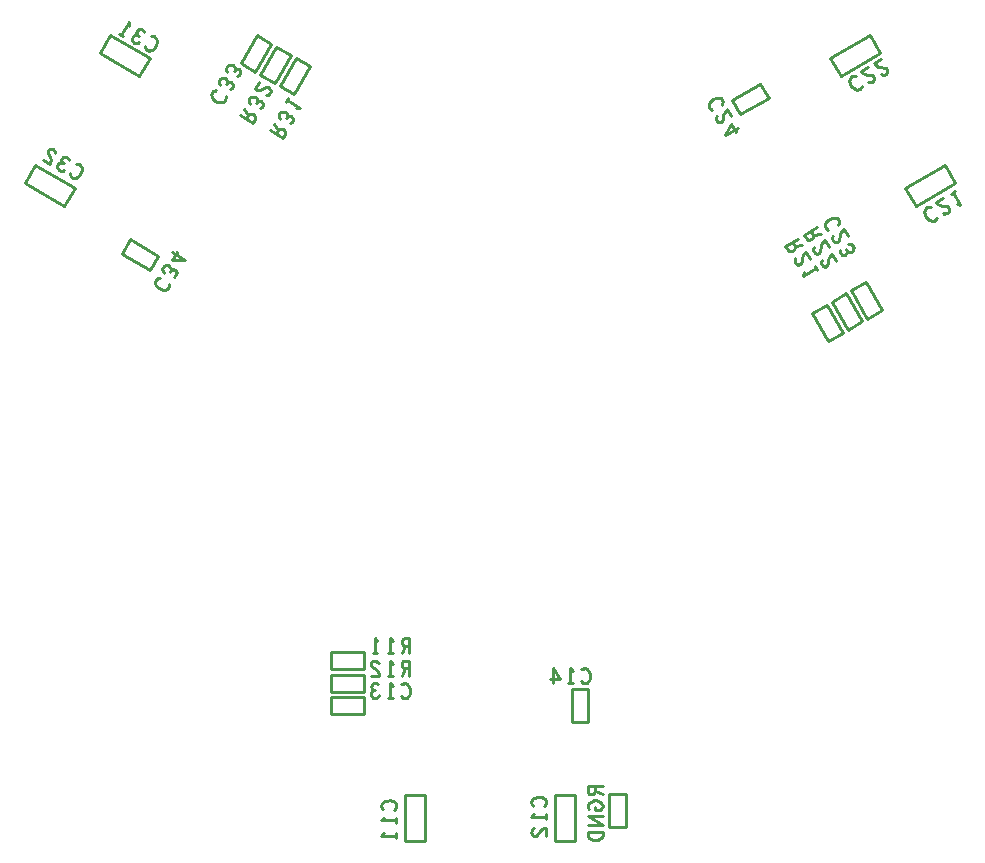
<source format=gbo>
G04 ================== begin FILE IDENTIFICATION RECORD ==================*
G04 Layout Name:  C:/home/kumagai/Develop/OrCAD/SMDriverC_R11/allegro/SMDRIVERC.brd*
G04 Film Name:    GB_SMDriverC.GBO*
G04 File Format:  Gerber RS274X*
G04 File Origin:  Cadence Allegro 16.6-S014*
G04 Origin Date:  Thu Feb 25 00:52:31 2016*
G04 *
G04 Layer:  USER PART NUMBER/SILKSCREEN_BOTTOM*
G04 Layer:  TOLERANCE/SILKSCREEN_BOTTOM*
G04 Layer:  REF DES/SILKSCREEN_BOTTOM*
G04 Layer:  PACKAGE GEOMETRY/SILKSCREEN_BOTTOM*
G04 Layer:  DEVICE TYPE/SILKSCREEN_BOTTOM*
G04 Layer:  COMPONENT VALUE/SILKSCREEN_BOTTOM*
G04 Layer:  BOARD GEOMETRY/SILKSCREEN_BOTTOM*
G04 *
G04 Offset:    (0.0000 0.0000)*
G04 Mirror:    No*
G04 Mode:      Positive*
G04 Rotation:  0*
G04 FullContactRelief:  No*
G04 UndefLineWidth:     0.0000*
G04 ================== end FILE IDENTIFICATION RECORD ====================*
%FSLAX25Y25*MOMM*%
%IR0*IPPOS*OFA0.00000B0.00000*MIA0B0*SFA1.00000B1.00000*%
%ADD10C,.254*%
G75*
%LPD*%
G75*
G54D10*
G01X-3603040Y1247260D02*
X-3937400Y1440300D01*
X-3851040Y1589880D01*
X-3516680Y1396840D01*
X-3603040Y1247260D01*
G01X-3506740Y1603140D02*
X-3495200Y1603820D01*
X-3483330Y1601850D01*
X-3472190Y1595420D01*
X-3462820Y1582680D01*
X-3458360Y1567890D01*
X-3457750Y1552860D01*
X-3462760Y1531320D01*
X-3470890Y1514010D01*
X-3483200Y1499130D01*
X-3493730Y1490540D01*
X-3508440Y1484370D01*
X-3522430Y1482670D01*
X-3534290Y1484630D01*
X-3544050Y1490260D01*
X-3551680Y1499560D01*
X-3556870Y1509880D01*
X-3559600Y1521230D01*
G01X-3603130Y1553700D02*
X-3618890Y1545690D01*
X-3634270Y1544800D01*
X-3647870Y1550200D01*
X-3657960Y1558470D01*
X-3663810Y1574070D01*
X-3664420Y1589090D01*
X-3659470Y1600890D01*
X-3649270Y1612120D01*
X-3634230Y1615650D01*
X-3622360Y1613690D01*
X-3609820Y1606450D01*
G01X-3622360Y1613690D02*
X-3627540Y1624010D01*
X-3629220Y1637200D01*
X-3625660Y1649810D01*
X-3616520Y1659200D01*
X-3604260Y1664340D01*
X-3588550Y1662600D01*
X-3577070Y1653530D01*
X-3568760Y1638960D01*
G01X-3679270Y1690540D02*
X-3681280Y1706360D01*
X-3687850Y1717500D01*
X-3697940Y1725760D01*
X-3713990Y1730140D01*
X-3729030Y1726610D01*
X-3738170Y1717220D01*
X-3743130Y1705410D01*
X-3742840Y1693030D01*
X-3725570Y1658610D01*
X-3720440Y1638540D01*
X-3722660Y1615380D01*
X-3729400Y1597280D01*
X-3787910Y1631060D01*
G01X-2871740Y2682640D02*
X-2860200Y2683320D01*
X-2848330Y2681350D01*
X-2837190Y2674920D01*
X-2827820Y2662180D01*
X-2823360Y2647390D01*
X-2822750Y2632360D01*
X-2827760Y2610820D01*
X-2835890Y2593510D01*
X-2848200Y2578630D01*
X-2858730Y2570040D01*
X-2873440Y2563870D01*
X-2887430Y2562170D01*
X-2899290Y2564130D01*
X-2909050Y2569760D01*
X-2916680Y2579060D01*
X-2921870Y2589380D01*
X-2924600Y2600730D01*
G01X-2968130Y2633200D02*
X-2983890Y2625190D01*
X-2999270Y2624300D01*
X-3012870Y2629700D01*
X-3022960Y2637970D01*
X-3028810Y2653570D01*
X-3029420Y2668590D01*
X-3024470Y2680390D01*
X-3014270Y2691620D01*
X-2999230Y2695150D01*
X-2987360Y2693190D01*
X-2974820Y2685950D01*
G01X-2987360Y2693190D02*
X-2992540Y2703510D01*
X-2994220Y2716700D01*
X-2990660Y2729310D01*
X-2981520Y2738700D01*
X-2969260Y2743840D01*
X-2953550Y2742100D01*
X-2942070Y2733030D01*
X-2933760Y2718460D01*
G01X-3123650Y2693670D02*
X-3060150Y2803650D01*
X-3056140Y2772010D01*
G01X-3106940Y2684020D02*
X-3140370Y2703320D01*
G01X-2968040Y2347120D02*
X-3302400Y2540160D01*
X-3216040Y2689740D01*
X-2881680Y2496700D01*
X-2968040Y2347120D01*
G01X-2714860Y585740D02*
X-2714180Y574200D01*
X-2716150Y562330D01*
X-2722580Y551190D01*
X-2735320Y541820D01*
X-2750110Y537360D01*
X-2765140Y536750D01*
X-2786680Y541760D01*
X-2803990Y549890D01*
X-2818870Y562200D01*
X-2827460Y572730D01*
X-2833630Y587440D01*
X-2835330Y601430D01*
X-2833370Y613290D01*
X-2827740Y623050D01*
X-2818440Y630680D01*
X-2808120Y635870D01*
X-2796770Y638600D01*
G01X-2764300Y682130D02*
X-2772310Y697890D01*
X-2773200Y713270D01*
X-2767800Y726870D01*
X-2759530Y736960D01*
X-2743930Y742810D01*
X-2728910Y743420D01*
X-2717110Y738470D01*
X-2705880Y728270D01*
X-2702350Y713230D01*
X-2704310Y701360D01*
X-2711550Y688820D01*
G01X-2704310Y701360D02*
X-2693990Y706540D01*
X-2680800Y708220D01*
X-2668190Y704660D01*
X-2658800Y695520D01*
X-2653660Y683260D01*
X-2655400Y667550D01*
X-2664470Y656070D01*
X-2679040Y647760D01*
G01X-2694180Y854370D02*
X-2584190Y790870D01*
X-2692780Y784830D01*
X-2652560Y854490D01*
G01X-3048870Y962510D02*
X-2811310Y825350D01*
X-2882430Y702170D01*
X-3119990Y839330D01*
X-3048870Y962510D01*
G01X-2238610Y2173240D02*
X-2237930Y2161700D01*
X-2239900Y2149830D01*
X-2246330Y2138690D01*
X-2259070Y2129320D01*
X-2273860Y2124860D01*
X-2288890Y2124250D01*
X-2310430Y2129260D01*
X-2327740Y2137390D01*
X-2342620Y2149700D01*
X-2351210Y2160230D01*
X-2357380Y2174940D01*
X-2359080Y2188930D01*
X-2357120Y2200790D01*
X-2351490Y2210550D01*
X-2342190Y2218180D01*
X-2331870Y2223370D01*
X-2320520Y2226100D01*
G01X-2288050Y2269630D02*
X-2296060Y2285390D01*
X-2296950Y2300770D01*
X-2291550Y2314370D01*
X-2283280Y2324460D01*
X-2267680Y2330310D01*
X-2252660Y2330920D01*
X-2240860Y2325970D01*
X-2229630Y2315770D01*
X-2226100Y2300730D01*
X-2228060Y2288860D01*
X-2235300Y2276320D01*
G01X-2228060Y2288860D02*
X-2217740Y2294040D01*
X-2204550Y2295720D01*
X-2191940Y2292160D01*
X-2182550Y2283020D01*
X-2177410Y2270760D01*
X-2179150Y2255050D01*
X-2188220Y2243570D01*
X-2202790Y2235260D01*
G01X-2223280Y2381810D02*
X-2231290Y2397570D01*
X-2232180Y2412950D01*
X-2226780Y2426550D01*
X-2218510Y2436640D01*
X-2202910Y2442490D01*
X-2187890Y2443100D01*
X-2176090Y2438150D01*
X-2164860Y2427950D01*
X-2161330Y2412910D01*
X-2163290Y2401040D01*
X-2170530Y2388500D01*
G01X-2163290Y2401040D02*
X-2152970Y2406220D01*
X-2139780Y2407900D01*
X-2127170Y2404340D01*
X-2117780Y2395200D01*
X-2112640Y2382940D01*
X-2114380Y2367230D01*
X-2123450Y2355750D01*
X-2138020Y2347440D01*
G01X-2119210Y2014180D02*
X-2009220Y1950680D01*
X-1989110Y1985510D01*
X-1988180Y1999830D01*
X-1991490Y2011030D01*
X-2004550Y2022280D01*
X-2020820Y2027960D01*
X-2034810Y2024900D01*
X-2045940Y2018320D01*
X-2066050Y1983490D01*
G01X-2045940Y2018320D02*
X-2087030Y2069910D01*
G01X-2034050Y2110880D02*
X-2042060Y2126640D01*
X-2042950Y2142020D01*
X-2037550Y2155620D01*
X-2029280Y2165710D01*
X-2013680Y2171560D01*
X-1998660Y2172170D01*
X-1986860Y2167220D01*
X-1975630Y2157020D01*
X-1972100Y2141980D01*
X-1974060Y2130110D01*
X-1981300Y2117570D01*
G01X-1974060Y2130110D02*
X-1963740Y2135290D01*
X-1950550Y2136970D01*
X-1937940Y2133410D01*
X-1928550Y2124270D01*
X-1923410Y2112010D01*
X-1925150Y2096300D01*
X-1934220Y2084820D01*
X-1948790Y2076510D01*
G01X-1897210Y2187020D02*
X-1881390Y2189030D01*
X-1870250Y2195600D01*
X-1861990Y2205690D01*
X-1857610Y2221740D01*
X-1861140Y2236780D01*
X-1870530Y2245920D01*
X-1882340Y2250880D01*
X-1894720Y2250590D01*
X-1929140Y2233320D01*
X-1949210Y2228190D01*
X-1972370Y2230410D01*
X-1990470Y2237150D01*
X-1956690Y2295660D01*
G01X-1865210Y1887180D02*
X-1755220Y1823680D01*
X-1735110Y1858510D01*
X-1734180Y1872830D01*
X-1737490Y1884030D01*
X-1750550Y1895280D01*
X-1766820Y1900960D01*
X-1780810Y1897900D01*
X-1791940Y1891320D01*
X-1812050Y1856490D01*
G01X-1791940Y1891320D02*
X-1833030Y1942910D01*
G01X-1780050Y1983880D02*
X-1788060Y1999640D01*
X-1788950Y2015020D01*
X-1783550Y2028620D01*
X-1775280Y2038710D01*
X-1759680Y2044560D01*
X-1744660Y2045170D01*
X-1732860Y2040220D01*
X-1721630Y2030020D01*
X-1718100Y2014980D01*
X-1720060Y2003110D01*
X-1727300Y1990570D01*
G01X-1720060Y2003110D02*
X-1709740Y2008290D01*
X-1696550Y2009970D01*
X-1683940Y2006410D01*
X-1674550Y1997270D01*
X-1669410Y1985010D01*
X-1671150Y1969300D01*
X-1680220Y1957820D01*
X-1694790Y1949510D01*
G01X-1719580Y2139400D02*
X-1609600Y2075900D01*
X-1641240Y2071890D01*
G01X-1729230Y2122690D02*
X-1709930Y2156120D01*
G01X-1521280Y2429830D02*
X-1658440Y2192270D01*
X-1781620Y2263390D01*
X-1644460Y2500950D01*
X-1521280Y2429830D01*
G01X-1686250Y2525080D02*
X-1823410Y2287520D01*
X-1946590Y2358640D01*
X-1809430Y2596200D01*
X-1686250Y2525080D01*
G01X-1851230Y2620330D02*
X-1988390Y2382770D01*
X-2111570Y2453890D01*
X-1974410Y2691450D01*
X-1851230Y2620330D01*
G01X-910170Y-3861900D02*
X-916520Y-3852250D01*
X-920750Y-3840990D01*
Y-3828120D01*
X-914400Y-3813640D01*
X-903820Y-3802380D01*
X-891120Y-3794340D01*
X-869950Y-3787900D01*
X-850900Y-3786290D01*
X-831850Y-3789510D01*
X-819150Y-3794340D01*
X-806450Y-3803990D01*
X-797980Y-3815250D01*
X-793750Y-3826510D01*
Y-3837770D01*
X-797980Y-3849030D01*
X-804330Y-3858680D01*
X-812800Y-3866730D01*
G01X-793750Y-3956050D02*
X-920750D01*
X-895350Y-3936750D01*
G01X-793750D02*
Y-3975350D01*
G01Y-4085590D02*
X-920750D01*
X-895350Y-4066290D01*
G01X-793750D02*
Y-4104890D01*
G01X-682840Y-2730500D02*
Y-2603500D01*
X-723050D01*
X-735920Y-2609850D01*
X-743970Y-2618320D01*
X-747180Y-2635250D01*
X-743970Y-2652180D01*
X-734310Y-2662770D01*
X-723050Y-2669120D01*
X-682840D01*
G01X-723050D02*
X-747180Y-2730500D01*
G01X-844550D02*
Y-2603500D01*
X-825250Y-2628900D01*
G01Y-2730500D02*
X-863850D01*
G01X-943520Y-2624670D02*
X-953180Y-2611970D01*
X-964440Y-2605620D01*
X-977310Y-2603500D01*
X-993390Y-2607730D01*
X-1004660Y-2618320D01*
X-1007870Y-2631010D01*
X-1006260Y-2643720D01*
X-999830Y-2654300D01*
X-967660Y-2675470D01*
X-953180Y-2690280D01*
X-943520Y-2711450D01*
X-940310Y-2730500D01*
X-1007870D01*
G01X-1343660Y-2722880D02*
X-1069340D01*
Y-2865120D01*
X-1343660D01*
Y-2722880D01*
G01X-682840Y-2540000D02*
Y-2413000D01*
X-723050D01*
X-735920Y-2419350D01*
X-743970Y-2427820D01*
X-747180Y-2444750D01*
X-743970Y-2461680D01*
X-734310Y-2472270D01*
X-723050Y-2478620D01*
X-682840D01*
G01X-723050D02*
X-747180Y-2540000D01*
G01X-844550D02*
Y-2413000D01*
X-825250Y-2438400D01*
G01Y-2540000D02*
X-863850D01*
G01X-974090D02*
Y-2413000D01*
X-954790Y-2438400D01*
G01Y-2540000D02*
X-993390D01*
G01X-1343660Y-2532380D02*
X-1069340D01*
Y-2674620D01*
X-1343660D01*
Y-2532380D01*
G01X-750400Y-2804580D02*
X-740750Y-2798230D01*
X-729490Y-2794000D01*
X-716620D01*
X-702140Y-2800350D01*
X-690880Y-2810930D01*
X-682840Y-2823630D01*
X-676400Y-2844800D01*
X-674790Y-2863850D01*
X-678010Y-2882900D01*
X-682840Y-2895600D01*
X-692490Y-2908300D01*
X-703750Y-2916770D01*
X-715010Y-2921000D01*
X-726270D01*
X-737530Y-2916770D01*
X-747180Y-2910420D01*
X-755230Y-2901950D01*
G01X-844550Y-2921000D02*
Y-2794000D01*
X-825250Y-2819400D01*
G01Y-2921000D02*
X-863850D01*
G01X-938700Y-2895600D02*
X-948350Y-2910420D01*
X-961220Y-2918880D01*
X-975700Y-2921000D01*
X-988570Y-2918880D01*
X-1001440Y-2908300D01*
X-1009480Y-2895600D01*
X-1011090Y-2882900D01*
X-1007870Y-2868090D01*
X-996610Y-2857500D01*
X-985350Y-2853270D01*
X-970870D01*
G01X-985350D02*
X-995000Y-2846920D01*
X-1003050Y-2836340D01*
X-1006260Y-2823630D01*
X-1003050Y-2810930D01*
X-995000Y-2800350D01*
X-980520Y-2794000D01*
X-966050Y-2796120D01*
X-951570Y-2804580D01*
G01X-1343660Y-2913380D02*
X-1069340D01*
Y-3055620D01*
X-1343660D01*
Y-2913380D01*
G01X-548640Y-3743960D02*
Y-4130040D01*
X-721360D01*
Y-3743960D01*
X-548640D01*
G01X359830Y-3830150D02*
X353480Y-3820500D01*
X349250Y-3809240D01*
Y-3796370D01*
X355600Y-3781890D01*
X366180Y-3770630D01*
X378880Y-3762590D01*
X400050Y-3756150D01*
X419100Y-3754540D01*
X438150Y-3757760D01*
X450850Y-3762590D01*
X463550Y-3772240D01*
X472020Y-3783500D01*
X476250Y-3794760D01*
Y-3806020D01*
X472020Y-3817280D01*
X465670Y-3826930D01*
X457200Y-3834980D01*
G01X476250Y-3924300D02*
X349250D01*
X374650Y-3905000D01*
G01X476250D02*
Y-3943600D01*
G01X370420Y-4023270D02*
X357720Y-4032930D01*
X351370Y-4044190D01*
X349250Y-4057060D01*
X353480Y-4073140D01*
X364070Y-4084410D01*
X376760Y-4087620D01*
X389470Y-4086010D01*
X400050Y-4079580D01*
X421220Y-4047410D01*
X436030Y-4032930D01*
X457200Y-4023270D01*
X476250Y-4020060D01*
Y-4087620D01*
G01X721360Y-3743960D02*
Y-4130040D01*
X548640D01*
Y-3743960D01*
X721360D01*
G01X773600Y-2677580D02*
X783250Y-2671230D01*
X794510Y-2667000D01*
X807380D01*
X821860Y-2673350D01*
X833120Y-2683930D01*
X841160Y-2696630D01*
X847600Y-2717800D01*
X849210Y-2736850D01*
X845990Y-2755900D01*
X841160Y-2768600D01*
X831510Y-2781300D01*
X820250Y-2789770D01*
X808990Y-2794000D01*
X797730D01*
X786470Y-2789770D01*
X776820Y-2783420D01*
X768770Y-2774950D01*
G01X679450Y-2794000D02*
Y-2667000D01*
X698750Y-2692400D01*
G01Y-2794000D02*
X660150D01*
G01X530610D02*
Y-2667000D01*
X590130Y-2758020D01*
X509690D01*
G01X952500Y-3667340D02*
X825500D01*
Y-3707550D01*
X831850Y-3720420D01*
X840320Y-3728470D01*
X857250Y-3731680D01*
X874180Y-3728470D01*
X884770Y-3718810D01*
X891120Y-3707550D01*
Y-3667340D01*
G01Y-3707550D02*
X952500Y-3731680D01*
G01X889000Y-3838700D02*
Y-3870880D01*
X927100D01*
X939800Y-3861220D01*
X948270Y-3849960D01*
X952500Y-3833880D01*
X948270Y-3817790D01*
X939800Y-3806530D01*
X927100Y-3796880D01*
X912280Y-3790440D01*
X895350Y-3787220D01*
X880530D01*
X867840Y-3790440D01*
X853010Y-3796880D01*
X840320Y-3806530D01*
X831850Y-3816180D01*
X825500Y-3829050D01*
Y-3840310D01*
X829730Y-3853180D01*
X838200Y-3862830D01*
G01X952500Y-3921590D02*
X825500D01*
X952500Y-3995590D01*
X825500D01*
G01X952500Y-4052740D02*
X825500D01*
Y-4084910D01*
X831850Y-4097780D01*
X840320Y-4107430D01*
X853010Y-4115480D01*
X867840Y-4121910D01*
X889000Y-4123520D01*
X910170Y-4121910D01*
X924990Y-4115480D01*
X937690Y-4107430D01*
X946150Y-4097780D01*
X952500Y-4084910D01*
Y-4052740D01*
G01X1150620Y-3736340D02*
Y-4010660D01*
X1008380D01*
Y-3736340D01*
X1150620D01*
G01X690880Y-3121660D02*
Y-2847340D01*
X833120D01*
Y-3121660D01*
X690880D01*
G01X1877760Y2060100D02*
X1867430Y2065280D01*
X1858130Y2072920D01*
X1851700Y2084060D01*
X1849960Y2099780D01*
X1853500Y2114820D01*
X1860470Y2128140D01*
X1875580Y2144290D01*
X1891280Y2155210D01*
X1909390Y2161950D01*
X1922800Y2164120D01*
X1938620Y2162110D01*
X1951580Y2156590D01*
X1960880Y2148960D01*
X1966510Y2139200D01*
X1968480Y2127340D01*
X1967800Y2115800D01*
X1964490Y2104600D01*
G01X1918710Y2010330D02*
X1912540Y1995620D01*
X1912670Y1982690D01*
X1917270Y1970490D01*
X1928980Y1958670D01*
X1943780Y1954210D01*
X1956380Y1957780D01*
X1966580Y1965520D01*
X1972530Y1976390D01*
X1974770Y2014830D01*
X1980370Y2034780D01*
X1993870Y2053720D01*
X2008760Y2066030D01*
X2042540Y2007520D01*
G01X2100070Y1907880D02*
X1990090Y1844380D01*
X2039150Y1941430D01*
X2079370Y1871770D01*
G01X2357990Y2159150D02*
X2120430Y2021990D01*
X2049310Y2145170D01*
X2286870Y2282330D01*
X2357990Y2159150D01*
G01X3029910Y197800D02*
X2892750Y435360D01*
X3015930Y506480D01*
X3153090Y268920D01*
X3029910Y197800D01*
G01X2611540Y970320D02*
X2501560Y906820D01*
X2521670Y871990D01*
X2533600Y864020D01*
X2544960Y861290D01*
X2561230Y866970D01*
X2574290Y878220D01*
X2578620Y891870D01*
X2578490Y904800D01*
X2558380Y939630D01*
G01X2578490Y904800D02*
X2643720Y914590D01*
G01X2585460Y803830D02*
X2579290Y789120D01*
X2579420Y776190D01*
X2584020Y763990D01*
X2595730Y752170D01*
X2610530Y747710D01*
X2623130Y751280D01*
X2633330Y759020D01*
X2639280Y769890D01*
X2641520Y808330D01*
X2647120Y828280D01*
X2660620Y847220D01*
X2675510Y859530D01*
X2709290Y801020D01*
G01X2757170Y718100D02*
X2647180Y654600D01*
X2659530Y684010D01*
G01X2747520Y734810D02*
X2766820Y701380D01*
G01X2864940Y102550D02*
X2727780Y340110D01*
X2850960Y411230D01*
X2988120Y173670D01*
X2864940Y102550D01*
G01X2770290Y1065570D02*
X2660310Y1002070D01*
X2680420Y967240D01*
X2692350Y959270D01*
X2703710Y956540D01*
X2719980Y962220D01*
X2733040Y973470D01*
X2737370Y987120D01*
X2737240Y1000050D01*
X2717130Y1034880D01*
G01X2737240Y1000050D02*
X2802470Y1009840D01*
G01X2744210Y899080D02*
X2738040Y884370D01*
X2738170Y871440D01*
X2742770Y859240D01*
X2754480Y847420D01*
X2769280Y842960D01*
X2781880Y846530D01*
X2792080Y854270D01*
X2798030Y865140D01*
X2800270Y903580D01*
X2805870Y923530D01*
X2819370Y942470D01*
X2834260Y954780D01*
X2868040Y896270D01*
G01X2808980Y786900D02*
X2802810Y772190D01*
X2802940Y759260D01*
X2807540Y747060D01*
X2819250Y735240D01*
X2834050Y730780D01*
X2846650Y734350D01*
X2856850Y742090D01*
X2862800Y752960D01*
X2865040Y791400D01*
X2870640Y811350D01*
X2884140Y830290D01*
X2899030Y842600D01*
X2932810Y784090D01*
G01X2862010Y1044100D02*
X2851680Y1049280D01*
X2842380Y1056920D01*
X2835950Y1068060D01*
X2834210Y1083780D01*
X2837750Y1098820D01*
X2844720Y1112140D01*
X2859830Y1128290D01*
X2875530Y1139210D01*
X2893640Y1145950D01*
X2907050Y1148120D01*
X2922870Y1146110D01*
X2935830Y1140590D01*
X2945130Y1132960D01*
X2950760Y1123200D01*
X2952730Y1111340D01*
X2952050Y1099800D01*
X2948740Y1088600D01*
G01X2902960Y994330D02*
X2896790Y979620D01*
X2896920Y966690D01*
X2901520Y954490D01*
X2913230Y942670D01*
X2928030Y938210D01*
X2940630Y941780D01*
X2950830Y949520D01*
X2956780Y960390D01*
X2959020Y998830D01*
X2964620Y1018780D01*
X2978120Y1037720D01*
X2993010Y1050030D01*
X3026790Y991520D01*
G01X3034980Y926550D02*
X3052640Y925600D01*
X3066400Y918680D01*
X3075470Y907200D01*
X3080080Y895000D01*
X3077350Y878560D01*
X3070370Y865250D01*
X3060170Y857500D01*
X3045740Y852880D01*
X3030940Y857340D01*
X3021640Y864980D01*
X3014400Y877520D01*
G01X3021640Y864980D02*
X3020970Y853440D01*
X3015830Y841190D01*
X3006440Y832050D01*
X2993830Y828480D01*
X2980640Y830160D01*
X2967900Y839520D01*
X2962500Y853120D01*
X2962590Y869890D01*
G01X2881680Y2496700D02*
X3216040Y2689740D01*
X3302400Y2540160D01*
X2968040Y2347120D01*
X2881680Y2496700D01*
G01X3194890Y293050D02*
X3057730Y530610D01*
X3180910Y601730D01*
X3318070Y364170D01*
X3194890Y293050D01*
G01X3781900Y1147510D02*
X3776720Y1137180D01*
X3769080Y1127880D01*
X3757940Y1121450D01*
X3742220Y1119710D01*
X3727180Y1123250D01*
X3713860Y1130220D01*
X3697710Y1145330D01*
X3686790Y1161030D01*
X3680050Y1179140D01*
X3677880Y1192550D01*
X3679890Y1208370D01*
X3685410Y1221330D01*
X3693040Y1230630D01*
X3702800Y1236260D01*
X3714660Y1238230D01*
X3726200Y1237550D01*
X3737400Y1234240D01*
G01X3831670Y1188460D02*
X3846380Y1182290D01*
X3859310Y1182420D01*
X3871510Y1187020D01*
X3883330Y1198730D01*
X3887790Y1213530D01*
X3884220Y1226130D01*
X3876480Y1236330D01*
X3865610Y1242280D01*
X3827170Y1244520D01*
X3807220Y1250120D01*
X3788280Y1263620D01*
X3775970Y1278510D01*
X3834480Y1312290D01*
G01X3917400Y1360170D02*
X3980900Y1250180D01*
X3951490Y1262530D01*
G01X3900690Y1350520D02*
X3934120Y1369820D01*
G01X3516680Y1396840D02*
X3851040Y1589880D01*
X3937400Y1440300D01*
X3603040Y1247260D01*
X3516680Y1396840D01*
G01X3146900Y2258760D02*
X3141720Y2248430D01*
X3134080Y2239130D01*
X3122940Y2232700D01*
X3107220Y2230960D01*
X3092180Y2234500D01*
X3078860Y2241470D01*
X3062710Y2256580D01*
X3051790Y2272280D01*
X3045050Y2290390D01*
X3042880Y2303800D01*
X3044890Y2319620D01*
X3050410Y2332580D01*
X3058040Y2341880D01*
X3067800Y2347510D01*
X3079660Y2349480D01*
X3091200Y2348800D01*
X3102400Y2345490D01*
G01X3196670Y2299710D02*
X3211380Y2293540D01*
X3224310Y2293670D01*
X3236510Y2298270D01*
X3248330Y2309980D01*
X3252790Y2324780D01*
X3249220Y2337380D01*
X3241480Y2347580D01*
X3230610Y2353530D01*
X3192170Y2355770D01*
X3172220Y2361370D01*
X3153280Y2374870D01*
X3140970Y2389760D01*
X3199480Y2423540D01*
G01X3308850Y2364480D02*
X3323560Y2358310D01*
X3336490Y2358440D01*
X3348690Y2363040D01*
X3360510Y2374750D01*
X3364970Y2389550D01*
X3361400Y2402150D01*
X3353660Y2412350D01*
X3342790Y2418300D01*
X3304350Y2420540D01*
X3284400Y2426140D01*
X3265460Y2439640D01*
X3253150Y2454530D01*
X3311660Y2488310D01*
M02*

</source>
